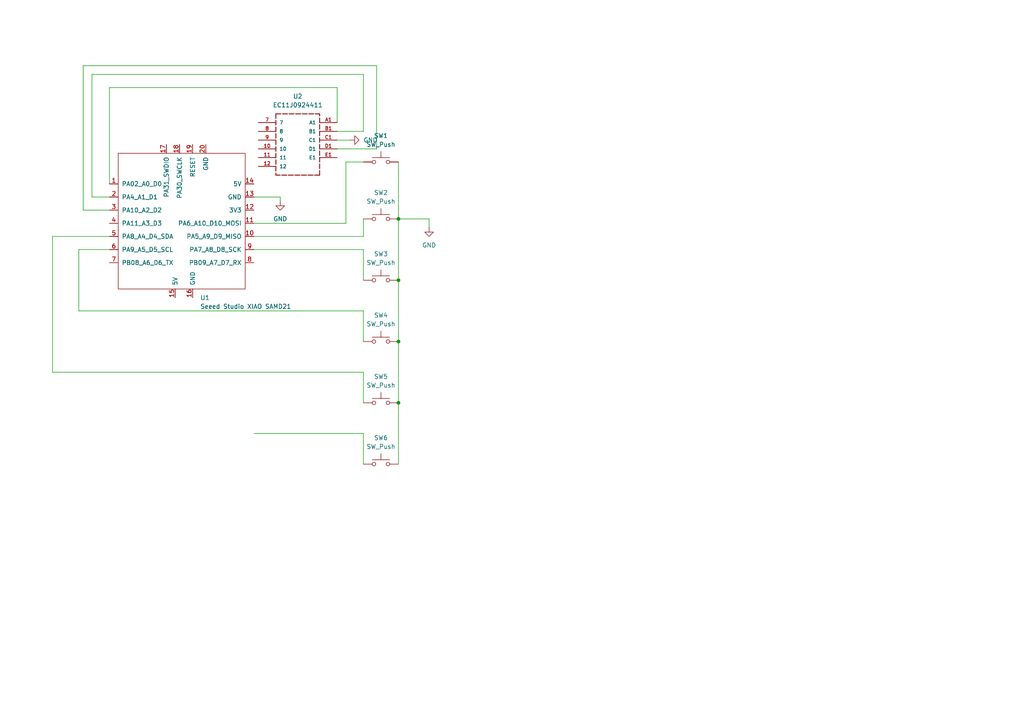
<source format=kicad_sch>
(kicad_sch
	(version 20231120)
	(generator "eeschema")
	(generator_version "8.0")
	(uuid "137e9334-b58f-411a-858c-846cdaf03fb4")
	(paper "A4")
	(lib_symbols
		(symbol "EC11J0924411:EC11J0924411"
			(pin_names
				(offset 1.016)
			)
			(exclude_from_sim no)
			(in_bom yes)
			(on_board yes)
			(property "Reference" "U"
				(at 19.05 7.62 0)
				(effects
					(font
						(size 1.27 1.27)
					)
					(justify left)
				)
			)
			(property "Value" "EC11J0924411"
				(at 19.05 5.08 0)
				(effects
					(font
						(size 1.27 1.27)
					)
					(justify left)
				)
			)
			(property "Footprint" "EC11J0924411:EC11J0924411"
				(at 0 0 0)
				(effects
					(font
						(size 1.27 1.27)
					)
					(justify bottom)
					(hide yes)
				)
			)
			(property "Datasheet" ""
				(at 0 0 0)
				(effects
					(font
						(size 1.27 1.27)
					)
					(hide yes)
				)
			)
			(property "Description" ""
				(at 0 0 0)
				(effects
					(font
						(size 1.27 1.27)
					)
					(hide yes)
				)
			)
			(property "MANUFACTURER_NAME" "ALPS"
				(at 0 0 0)
				(effects
					(font
						(size 1.27 1.27)
					)
					(justify bottom)
					(hide yes)
				)
			)
			(property "MF" "ALPS"
				(at 0 0 0)
				(effects
					(font
						(size 1.27 1.27)
					)
					(justify bottom)
					(hide yes)
				)
			)
			(property "MOUSER_PRICE-STOCK" "https://www.mouser.com/Search/Refine.aspx?Keyword=688-EC11J0924411"
				(at 0 0 0)
				(effects
					(font
						(size 1.27 1.27)
					)
					(justify bottom)
					(hide yes)
				)
			)
			(property "DESCRIPTION" "Alps Electric 9 Pulse Incremental Mechanical Rotary Encoder with a 5.975 mm Flat Shaft (Not Indexed), SMD"
				(at 0 0 0)
				(effects
					(font
						(size 1.27 1.27)
					)
					(justify bottom)
					(hide yes)
				)
			)
			(property "MOUSER_PART_NUMBER" "688-EC11J0924411"
				(at 0 0 0)
				(effects
					(font
						(size 1.27 1.27)
					)
					(justify bottom)
					(hide yes)
				)
			)
			(property "Price" "None"
				(at 0 0 0)
				(effects
					(font
						(size 1.27 1.27)
					)
					(justify bottom)
					(hide yes)
				)
			)
			(property "RS_PART_NUMBER" "7295713P"
				(at 0 0 0)
				(effects
					(font
						(size 1.27 1.27)
					)
					(justify bottom)
					(hide yes)
				)
			)
			(property "Check_prices" "https://www.snapeda.com/parts/EC11J0924411/ALPS/view-part/?ref=eda"
				(at 0 0 0)
				(effects
					(font
						(size 1.27 1.27)
					)
					(justify bottom)
					(hide yes)
				)
			)
			(property "HEIGHT" "24.5mm"
				(at 0 0 0)
				(effects
					(font
						(size 1.27 1.27)
					)
					(justify bottom)
					(hide yes)
				)
			)
			(property "SnapEDA_Link" "https://www.snapeda.com/parts/EC11J0924411/ALPS/view-part/?ref=snap"
				(at 0 0 0)
				(effects
					(font
						(size 1.27 1.27)
					)
					(justify bottom)
					(hide yes)
				)
			)
			(property "MP" "EC11J0924411"
				(at 0 0 0)
				(effects
					(font
						(size 1.27 1.27)
					)
					(justify bottom)
					(hide yes)
				)
			)
			(property "Package" "None"
				(at 0 0 0)
				(effects
					(font
						(size 1.27 1.27)
					)
					(justify bottom)
					(hide yes)
				)
			)
			(property "RS_PRICE-STOCK" "http://uk.rs-online.com/web/p/products/7295713P"
				(at 0 0 0)
				(effects
					(font
						(size 1.27 1.27)
					)
					(justify bottom)
					(hide yes)
				)
			)
			(property "Description_1" "\nEncoders 5 Volts Through Hole\n"
				(at 0 0 0)
				(effects
					(font
						(size 1.27 1.27)
					)
					(justify bottom)
					(hide yes)
				)
			)
			(property "Availability" "In Stock"
				(at 0 0 0)
				(effects
					(font
						(size 1.27 1.27)
					)
					(justify bottom)
					(hide yes)
				)
			)
			(property "MANUFACTURER_PART_NUMBER" "EC11J0924411"
				(at 0 0 0)
				(effects
					(font
						(size 1.27 1.27)
					)
					(justify bottom)
					(hide yes)
				)
			)
			(symbol "EC11J0924411_0_0"
				(polyline
					(pts
						(xy 5.08 -14.605) (xy 5.08 -15.24)
					)
					(stroke
						(width 0.254)
						(type default)
					)
					(fill
						(type none)
					)
				)
				(polyline
					(pts
						(xy 5.08 -12.7) (xy 5.08 -14.0406)
					)
					(stroke
						(width 0.254)
						(type default)
					)
					(fill
						(type none)
					)
				)
				(polyline
					(pts
						(xy 5.08 -10.795) (xy 5.08 -12.1356)
					)
					(stroke
						(width 0.254)
						(type default)
					)
					(fill
						(type none)
					)
				)
				(polyline
					(pts
						(xy 5.08 -8.89) (xy 5.08 -10.2306)
					)
					(stroke
						(width 0.254)
						(type default)
					)
					(fill
						(type none)
					)
				)
				(polyline
					(pts
						(xy 5.08 -6.985) (xy 5.08 -8.3256)
					)
					(stroke
						(width 0.254)
						(type default)
					)
					(fill
						(type none)
					)
				)
				(polyline
					(pts
						(xy 5.08 -5.08) (xy 5.08 -6.4206)
					)
					(stroke
						(width 0.254)
						(type default)
					)
					(fill
						(type none)
					)
				)
				(polyline
					(pts
						(xy 5.08 -3.175) (xy 5.08 -4.5156)
					)
					(stroke
						(width 0.254)
						(type default)
					)
					(fill
						(type none)
					)
				)
				(polyline
					(pts
						(xy 5.08 -1.27) (xy 5.08 -2.6106)
					)
					(stroke
						(width 0.254)
						(type default)
					)
					(fill
						(type none)
					)
				)
				(polyline
					(pts
						(xy 5.08 0.635) (xy 5.08 -0.7056)
					)
					(stroke
						(width 0.254)
						(type default)
					)
					(fill
						(type none)
					)
				)
				(polyline
					(pts
						(xy 5.08 2.54) (xy 5.08 1.1994)
					)
					(stroke
						(width 0.254)
						(type default)
					)
					(fill
						(type none)
					)
				)
				(polyline
					(pts
						(xy 5.08 2.54) (xy 6.5617 2.54)
					)
					(stroke
						(width 0.254)
						(type default)
					)
					(fill
						(type none)
					)
				)
				(polyline
					(pts
						(xy 6.35 -15.24) (xy 5.08 -15.24)
					)
					(stroke
						(width 0.254)
						(type default)
					)
					(fill
						(type none)
					)
				)
				(polyline
					(pts
						(xy 6.985 2.54) (xy 8.4667 2.54)
					)
					(stroke
						(width 0.254)
						(type default)
					)
					(fill
						(type none)
					)
				)
				(polyline
					(pts
						(xy 8.255 -15.24) (xy 6.7733 -15.24)
					)
					(stroke
						(width 0.254)
						(type default)
					)
					(fill
						(type none)
					)
				)
				(polyline
					(pts
						(xy 8.89 2.54) (xy 10.3717 2.54)
					)
					(stroke
						(width 0.254)
						(type default)
					)
					(fill
						(type none)
					)
				)
				(polyline
					(pts
						(xy 10.16 -15.24) (xy 8.6783 -15.24)
					)
					(stroke
						(width 0.254)
						(type default)
					)
					(fill
						(type none)
					)
				)
				(polyline
					(pts
						(xy 10.795 2.54) (xy 12.2767 2.54)
					)
					(stroke
						(width 0.254)
						(type default)
					)
					(fill
						(type none)
					)
				)
				(polyline
					(pts
						(xy 12.065 -15.24) (xy 10.5833 -15.24)
					)
					(stroke
						(width 0.254)
						(type default)
					)
					(fill
						(type none)
					)
				)
				(polyline
					(pts
						(xy 12.7 2.54) (xy 14.1817 2.54)
					)
					(stroke
						(width 0.254)
						(type default)
					)
					(fill
						(type none)
					)
				)
				(polyline
					(pts
						(xy 13.97 -15.24) (xy 12.4883 -15.24)
					)
					(stroke
						(width 0.254)
						(type default)
					)
					(fill
						(type none)
					)
				)
				(polyline
					(pts
						(xy 14.605 2.54) (xy 16.0867 2.54)
					)
					(stroke
						(width 0.254)
						(type default)
					)
					(fill
						(type none)
					)
				)
				(polyline
					(pts
						(xy 15.875 -15.24) (xy 14.3933 -15.24)
					)
					(stroke
						(width 0.254)
						(type default)
					)
					(fill
						(type none)
					)
				)
				(polyline
					(pts
						(xy 16.51 2.54) (xy 17.78 2.54)
					)
					(stroke
						(width 0.254)
						(type default)
					)
					(fill
						(type none)
					)
				)
				(polyline
					(pts
						(xy 17.78 -15.24) (xy 16.2983 -15.24)
					)
					(stroke
						(width 0.254)
						(type default)
					)
					(fill
						(type none)
					)
				)
				(polyline
					(pts
						(xy 17.78 -15.24) (xy 17.78 -13.8994)
					)
					(stroke
						(width 0.254)
						(type default)
					)
					(fill
						(type none)
					)
				)
				(polyline
					(pts
						(xy 17.78 -13.335) (xy 17.78 -11.9944)
					)
					(stroke
						(width 0.254)
						(type default)
					)
					(fill
						(type none)
					)
				)
				(polyline
					(pts
						(xy 17.78 -11.43) (xy 17.78 -10.0894)
					)
					(stroke
						(width 0.254)
						(type default)
					)
					(fill
						(type none)
					)
				)
				(polyline
					(pts
						(xy 17.78 -9.525) (xy 17.78 -8.1844)
					)
					(stroke
						(width 0.254)
						(type default)
					)
					(fill
						(type none)
					)
				)
				(polyline
					(pts
						(xy 17.78 -7.62) (xy 17.78 -6.2794)
					)
					(stroke
						(width 0.254)
						(type default)
					)
					(fill
						(type none)
					)
				)
				(polyline
					(pts
						(xy 17.78 -5.715) (xy 17.78 -4.3744)
					)
					(stroke
						(width 0.254)
						(type default)
					)
					(fill
						(type none)
					)
				)
				(polyline
					(pts
						(xy 17.78 -3.81) (xy 17.78 -2.4694)
					)
					(stroke
						(width 0.254)
						(type default)
					)
					(fill
						(type none)
					)
				)
				(polyline
					(pts
						(xy 17.78 -1.905) (xy 17.78 -0.5644)
					)
					(stroke
						(width 0.254)
						(type default)
					)
					(fill
						(type none)
					)
				)
				(polyline
					(pts
						(xy 17.78 0) (xy 17.78 1.3406)
					)
					(stroke
						(width 0.254)
						(type default)
					)
					(fill
						(type none)
					)
				)
				(polyline
					(pts
						(xy 17.78 1.905) (xy 17.78 2.54)
					)
					(stroke
						(width 0.254)
						(type default)
					)
					(fill
						(type none)
					)
				)
				(pin bidirectional line
					(at 0 -7.62 0)
					(length 5.08)
					(name "10"
						(effects
							(font
								(size 1.016 1.016)
							)
						)
					)
					(number "10"
						(effects
							(font
								(size 1.016 1.016)
							)
						)
					)
				)
				(pin bidirectional line
					(at 0 -10.16 0)
					(length 5.08)
					(name "11"
						(effects
							(font
								(size 1.016 1.016)
							)
						)
					)
					(number "11"
						(effects
							(font
								(size 1.016 1.016)
							)
						)
					)
				)
				(pin bidirectional line
					(at 0 -12.7 0)
					(length 5.08)
					(name "12"
						(effects
							(font
								(size 1.016 1.016)
							)
						)
					)
					(number "12"
						(effects
							(font
								(size 1.016 1.016)
							)
						)
					)
				)
				(pin bidirectional line
					(at 0 0 0)
					(length 5.08)
					(name "7"
						(effects
							(font
								(size 1.016 1.016)
							)
						)
					)
					(number "7"
						(effects
							(font
								(size 1.016 1.016)
							)
						)
					)
				)
				(pin bidirectional line
					(at 0 -2.54 0)
					(length 5.08)
					(name "8"
						(effects
							(font
								(size 1.016 1.016)
							)
						)
					)
					(number "8"
						(effects
							(font
								(size 1.016 1.016)
							)
						)
					)
				)
				(pin bidirectional line
					(at 0 -5.08 0)
					(length 5.08)
					(name "9"
						(effects
							(font
								(size 1.016 1.016)
							)
						)
					)
					(number "9"
						(effects
							(font
								(size 1.016 1.016)
							)
						)
					)
				)
				(pin bidirectional line
					(at 22.86 0 180)
					(length 5.08)
					(name "A1"
						(effects
							(font
								(size 1.016 1.016)
							)
						)
					)
					(number "A1"
						(effects
							(font
								(size 1.016 1.016)
							)
						)
					)
				)
				(pin bidirectional line
					(at 22.86 -2.54 180)
					(length 5.08)
					(name "B1"
						(effects
							(font
								(size 1.016 1.016)
							)
						)
					)
					(number "B1"
						(effects
							(font
								(size 1.016 1.016)
							)
						)
					)
				)
				(pin bidirectional line
					(at 22.86 -5.08 180)
					(length 5.08)
					(name "C1"
						(effects
							(font
								(size 1.016 1.016)
							)
						)
					)
					(number "C1"
						(effects
							(font
								(size 1.016 1.016)
							)
						)
					)
				)
				(pin bidirectional line
					(at 22.86 -7.62 180)
					(length 5.08)
					(name "D1"
						(effects
							(font
								(size 1.016 1.016)
							)
						)
					)
					(number "D1"
						(effects
							(font
								(size 1.016 1.016)
							)
						)
					)
				)
				(pin bidirectional line
					(at 22.86 -10.16 180)
					(length 5.08)
					(name "E1"
						(effects
							(font
								(size 1.016 1.016)
							)
						)
					)
					(number "E1"
						(effects
							(font
								(size 1.016 1.016)
							)
						)
					)
				)
			)
		)
		(symbol "Seeed_Studio_XIAO_Series:Seeed Studio XIAO SAMD21"
			(pin_names
				(offset 1.016)
			)
			(exclude_from_sim no)
			(in_bom yes)
			(on_board yes)
			(property "Reference" "U"
				(at -19.05 22.86 0)
				(effects
					(font
						(size 1.27 1.27)
					)
				)
			)
			(property "Value" "Seeed Studio XIAO SAMD21"
				(at -12.7 21.59 0)
				(effects
					(font
						(size 1.27 1.27)
					)
				)
			)
			(property "Footprint" ""
				(at -8.89 5.08 0)
				(effects
					(font
						(size 1.27 1.27)
					)
					(hide yes)
				)
			)
			(property "Datasheet" ""
				(at -8.89 5.08 0)
				(effects
					(font
						(size 1.27 1.27)
					)
					(hide yes)
				)
			)
			(property "Description" ""
				(at 0 0 0)
				(effects
					(font
						(size 1.27 1.27)
					)
					(hide yes)
				)
			)
			(symbol "Seeed Studio XIAO SAMD21_0_1"
				(rectangle
					(start -19.05 20.32)
					(end 17.78 -19.05)
					(stroke
						(width 0)
						(type default)
					)
					(fill
						(type none)
					)
				)
			)
			(symbol "Seeed Studio XIAO SAMD21_1_1"
				(pin unspecified line
					(at -21.59 11.43 0)
					(length 2.54)
					(name "PA02_A0_D0"
						(effects
							(font
								(size 1.27 1.27)
							)
						)
					)
					(number "1"
						(effects
							(font
								(size 1.27 1.27)
							)
						)
					)
				)
				(pin unspecified line
					(at 20.32 -3.81 180)
					(length 2.54)
					(name "PA5_A9_D9_MISO"
						(effects
							(font
								(size 1.27 1.27)
							)
						)
					)
					(number "10"
						(effects
							(font
								(size 1.27 1.27)
							)
						)
					)
				)
				(pin unspecified line
					(at 20.32 0 180)
					(length 2.54)
					(name "PA6_A10_D10_MOSI"
						(effects
							(font
								(size 1.27 1.27)
							)
						)
					)
					(number "11"
						(effects
							(font
								(size 1.27 1.27)
							)
						)
					)
				)
				(pin unspecified line
					(at 20.32 3.81 180)
					(length 2.54)
					(name "3V3"
						(effects
							(font
								(size 1.27 1.27)
							)
						)
					)
					(number "12"
						(effects
							(font
								(size 1.27 1.27)
							)
						)
					)
				)
				(pin unspecified line
					(at 20.32 7.62 180)
					(length 2.54)
					(name "GND"
						(effects
							(font
								(size 1.27 1.27)
							)
						)
					)
					(number "13"
						(effects
							(font
								(size 1.27 1.27)
							)
						)
					)
				)
				(pin unspecified line
					(at 20.32 11.43 180)
					(length 2.54)
					(name "5V"
						(effects
							(font
								(size 1.27 1.27)
							)
						)
					)
					(number "14"
						(effects
							(font
								(size 1.27 1.27)
							)
						)
					)
				)
				(pin input line
					(at -2.54 -21.59 90)
					(length 2.54)
					(name "5V"
						(effects
							(font
								(size 1.27 1.27)
							)
						)
					)
					(number "15"
						(effects
							(font
								(size 1.27 1.27)
							)
						)
					)
				)
				(pin input line
					(at 2.54 -21.59 90)
					(length 2.54)
					(name "GND"
						(effects
							(font
								(size 1.27 1.27)
							)
						)
					)
					(number "16"
						(effects
							(font
								(size 1.27 1.27)
							)
						)
					)
				)
				(pin input line
					(at -5.08 22.86 270)
					(length 2.54)
					(name "PA31_SWDIO"
						(effects
							(font
								(size 1.27 1.27)
							)
						)
					)
					(number "17"
						(effects
							(font
								(size 1.27 1.27)
							)
						)
					)
				)
				(pin input line
					(at -1.27 22.86 270)
					(length 2.54)
					(name "PA30_SWCLK"
						(effects
							(font
								(size 1.27 1.27)
							)
						)
					)
					(number "18"
						(effects
							(font
								(size 1.27 1.27)
							)
						)
					)
				)
				(pin input line
					(at 2.54 22.86 270)
					(length 2.54)
					(name "RESET"
						(effects
							(font
								(size 1.27 1.27)
							)
						)
					)
					(number "19"
						(effects
							(font
								(size 1.27 1.27)
							)
						)
					)
				)
				(pin unspecified line
					(at -21.59 7.62 0)
					(length 2.54)
					(name "PA4_A1_D1"
						(effects
							(font
								(size 1.27 1.27)
							)
						)
					)
					(number "2"
						(effects
							(font
								(size 1.27 1.27)
							)
						)
					)
				)
				(pin input line
					(at 6.35 22.86 270)
					(length 2.54)
					(name "GND"
						(effects
							(font
								(size 1.27 1.27)
							)
						)
					)
					(number "20"
						(effects
							(font
								(size 1.27 1.27)
							)
						)
					)
				)
				(pin unspecified line
					(at -21.59 3.81 0)
					(length 2.54)
					(name "PA10_A2_D2"
						(effects
							(font
								(size 1.27 1.27)
							)
						)
					)
					(number "3"
						(effects
							(font
								(size 1.27 1.27)
							)
						)
					)
				)
				(pin unspecified line
					(at -21.59 0 0)
					(length 2.54)
					(name "PA11_A3_D3"
						(effects
							(font
								(size 1.27 1.27)
							)
						)
					)
					(number "4"
						(effects
							(font
								(size 1.27 1.27)
							)
						)
					)
				)
				(pin unspecified line
					(at -21.59 -3.81 0)
					(length 2.54)
					(name "PA8_A4_D4_SDA"
						(effects
							(font
								(size 1.27 1.27)
							)
						)
					)
					(number "5"
						(effects
							(font
								(size 1.27 1.27)
							)
						)
					)
				)
				(pin unspecified line
					(at -21.59 -7.62 0)
					(length 2.54)
					(name "PA9_A5_D5_SCL"
						(effects
							(font
								(size 1.27 1.27)
							)
						)
					)
					(number "6"
						(effects
							(font
								(size 1.27 1.27)
							)
						)
					)
				)
				(pin unspecified line
					(at -21.59 -11.43 0)
					(length 2.54)
					(name "PB08_A6_D6_TX"
						(effects
							(font
								(size 1.27 1.27)
							)
						)
					)
					(number "7"
						(effects
							(font
								(size 1.27 1.27)
							)
						)
					)
				)
				(pin unspecified line
					(at 20.32 -11.43 180)
					(length 2.54)
					(name "PB09_A7_D7_RX"
						(effects
							(font
								(size 1.27 1.27)
							)
						)
					)
					(number "8"
						(effects
							(font
								(size 1.27 1.27)
							)
						)
					)
				)
				(pin unspecified line
					(at 20.32 -7.62 180)
					(length 2.54)
					(name "PA7_A8_D8_SCK"
						(effects
							(font
								(size 1.27 1.27)
							)
						)
					)
					(number "9"
						(effects
							(font
								(size 1.27 1.27)
							)
						)
					)
				)
			)
		)
		(symbol "Switch:SW_Push"
			(pin_numbers hide)
			(pin_names
				(offset 1.016) hide)
			(exclude_from_sim no)
			(in_bom yes)
			(on_board yes)
			(property "Reference" "SW"
				(at 1.27 2.54 0)
				(effects
					(font
						(size 1.27 1.27)
					)
					(justify left)
				)
			)
			(property "Value" "SW_Push"
				(at 0 -1.524 0)
				(effects
					(font
						(size 1.27 1.27)
					)
				)
			)
			(property "Footprint" ""
				(at 0 5.08 0)
				(effects
					(font
						(size 1.27 1.27)
					)
					(hide yes)
				)
			)
			(property "Datasheet" "~"
				(at 0 5.08 0)
				(effects
					(font
						(size 1.27 1.27)
					)
					(hide yes)
				)
			)
			(property "Description" "Push button switch, generic, two pins"
				(at 0 0 0)
				(effects
					(font
						(size 1.27 1.27)
					)
					(hide yes)
				)
			)
			(property "ki_keywords" "switch normally-open pushbutton push-button"
				(at 0 0 0)
				(effects
					(font
						(size 1.27 1.27)
					)
					(hide yes)
				)
			)
			(symbol "SW_Push_0_1"
				(circle
					(center -2.032 0)
					(radius 0.508)
					(stroke
						(width 0)
						(type default)
					)
					(fill
						(type none)
					)
				)
				(polyline
					(pts
						(xy 0 1.27) (xy 0 3.048)
					)
					(stroke
						(width 0)
						(type default)
					)
					(fill
						(type none)
					)
				)
				(polyline
					(pts
						(xy 2.54 1.27) (xy -2.54 1.27)
					)
					(stroke
						(width 0)
						(type default)
					)
					(fill
						(type none)
					)
				)
				(circle
					(center 2.032 0)
					(radius 0.508)
					(stroke
						(width 0)
						(type default)
					)
					(fill
						(type none)
					)
				)
				(pin passive line
					(at -5.08 0 0)
					(length 2.54)
					(name "1"
						(effects
							(font
								(size 1.27 1.27)
							)
						)
					)
					(number "1"
						(effects
							(font
								(size 1.27 1.27)
							)
						)
					)
				)
				(pin passive line
					(at 5.08 0 180)
					(length 2.54)
					(name "2"
						(effects
							(font
								(size 1.27 1.27)
							)
						)
					)
					(number "2"
						(effects
							(font
								(size 1.27 1.27)
							)
						)
					)
				)
			)
		)
		(symbol "power:GND"
			(power)
			(pin_numbers hide)
			(pin_names
				(offset 0) hide)
			(exclude_from_sim no)
			(in_bom yes)
			(on_board yes)
			(property "Reference" "#PWR"
				(at 0 -6.35 0)
				(effects
					(font
						(size 1.27 1.27)
					)
					(hide yes)
				)
			)
			(property "Value" "GND"
				(at 0 -3.81 0)
				(effects
					(font
						(size 1.27 1.27)
					)
				)
			)
			(property "Footprint" ""
				(at 0 0 0)
				(effects
					(font
						(size 1.27 1.27)
					)
					(hide yes)
				)
			)
			(property "Datasheet" ""
				(at 0 0 0)
				(effects
					(font
						(size 1.27 1.27)
					)
					(hide yes)
				)
			)
			(property "Description" "Power symbol creates a global label with name \"GND\" , ground"
				(at 0 0 0)
				(effects
					(font
						(size 1.27 1.27)
					)
					(hide yes)
				)
			)
			(property "ki_keywords" "global power"
				(at 0 0 0)
				(effects
					(font
						(size 1.27 1.27)
					)
					(hide yes)
				)
			)
			(symbol "GND_0_1"
				(polyline
					(pts
						(xy 0 0) (xy 0 -1.27) (xy 1.27 -1.27) (xy 0 -2.54) (xy -1.27 -1.27) (xy 0 -1.27)
					)
					(stroke
						(width 0)
						(type default)
					)
					(fill
						(type none)
					)
				)
			)
			(symbol "GND_1_1"
				(pin power_in line
					(at 0 0 270)
					(length 0)
					(name "~"
						(effects
							(font
								(size 1.27 1.27)
							)
						)
					)
					(number "1"
						(effects
							(font
								(size 1.27 1.27)
							)
						)
					)
				)
			)
		)
	)
	(junction
		(at 115.57 116.84)
		(diameter 0)
		(color 0 0 0 0)
		(uuid "0073fc7d-a524-4f15-a7f6-c3ef816fddfa")
	)
	(junction
		(at 115.57 99.06)
		(diameter 0)
		(color 0 0 0 0)
		(uuid "6a13a9ec-213f-4441-ad67-1b4ee0c62fa8")
	)
	(junction
		(at 115.57 63.5)
		(diameter 0)
		(color 0 0 0 0)
		(uuid "ba46f34f-fb3a-4251-8c3d-ac6edaf969bd")
	)
	(junction
		(at 115.57 81.28)
		(diameter 0)
		(color 0 0 0 0)
		(uuid "d61eda9d-42ee-4cc0-a2b3-bcca7ef8697c")
	)
	(wire
		(pts
			(xy 73.66 72.39) (xy 105.41 72.39)
		)
		(stroke
			(width 0)
			(type default)
		)
		(uuid "11cf98be-11b5-4782-8e4e-1693e36750c8")
	)
	(wire
		(pts
			(xy 97.79 40.64) (xy 101.6 40.64)
		)
		(stroke
			(width 0)
			(type default)
		)
		(uuid "18b60e55-09c3-4870-b867-e57083a3abb1")
	)
	(wire
		(pts
			(xy 15.24 107.95) (xy 105.41 107.95)
		)
		(stroke
			(width 0)
			(type default)
		)
		(uuid "1ce41d69-2a3c-4286-9066-b28e1a8b4388")
	)
	(wire
		(pts
			(xy 105.41 63.5) (xy 105.41 68.58)
		)
		(stroke
			(width 0)
			(type default)
		)
		(uuid "1da8b580-a3b4-4f5c-b1e1-1725acfac7eb")
	)
	(wire
		(pts
			(xy 115.57 46.99) (xy 115.57 63.5)
		)
		(stroke
			(width 0)
			(type default)
		)
		(uuid "2e57e963-b0c1-4aed-bf1f-c5b287153cf9")
	)
	(wire
		(pts
			(xy 26.67 21.59) (xy 26.67 57.15)
		)
		(stroke
			(width 0)
			(type default)
		)
		(uuid "30681723-9be7-4b7d-aaab-7e00a777d2aa")
	)
	(wire
		(pts
			(xy 97.79 38.1) (xy 105.41 38.1)
		)
		(stroke
			(width 0)
			(type default)
		)
		(uuid "45f4d932-ed45-46d9-b09f-466ee9fb5eae")
	)
	(wire
		(pts
			(xy 97.79 25.4) (xy 31.75 25.4)
		)
		(stroke
			(width 0)
			(type default)
		)
		(uuid "4a2e4f33-8b33-48d3-96f1-8d0dad7c1e00")
	)
	(wire
		(pts
			(xy 73.66 64.77) (xy 100.33 64.77)
		)
		(stroke
			(width 0)
			(type default)
		)
		(uuid "4c3ef783-fd10-4942-9f40-178231754fbd")
	)
	(wire
		(pts
			(xy 109.22 43.18) (xy 109.22 19.05)
		)
		(stroke
			(width 0)
			(type default)
		)
		(uuid "5001c5be-8e3f-4a1b-b2bc-511d05ccc286")
	)
	(wire
		(pts
			(xy 115.57 81.28) (xy 115.57 99.06)
		)
		(stroke
			(width 0)
			(type default)
		)
		(uuid "516ab3d0-d99c-4ec8-910a-9e10f58d3d6e")
	)
	(wire
		(pts
			(xy 115.57 99.06) (xy 115.57 116.84)
		)
		(stroke
			(width 0)
			(type default)
		)
		(uuid "5b376e3e-3a97-44c6-9d83-c37993defc9d")
	)
	(wire
		(pts
			(xy 73.66 57.15) (xy 81.28 57.15)
		)
		(stroke
			(width 0)
			(type default)
		)
		(uuid "64c27e82-9192-4c1f-9c55-97a4bafdfd38")
	)
	(wire
		(pts
			(xy 100.33 46.99) (xy 105.41 46.99)
		)
		(stroke
			(width 0)
			(type default)
		)
		(uuid "6ac8c3a6-ebc6-49bc-9794-61f453071cc8")
	)
	(wire
		(pts
			(xy 26.67 57.15) (xy 31.75 57.15)
		)
		(stroke
			(width 0)
			(type default)
		)
		(uuid "7b7f64a1-8975-4ff4-8fce-d8be63f53ee0")
	)
	(wire
		(pts
			(xy 105.41 107.95) (xy 105.41 116.84)
		)
		(stroke
			(width 0)
			(type default)
		)
		(uuid "801661cc-d926-402e-a2bf-c9537f873e85")
	)
	(wire
		(pts
			(xy 115.57 63.5) (xy 115.57 81.28)
		)
		(stroke
			(width 0)
			(type default)
		)
		(uuid "80764e47-917e-46da-8ed9-a86f7fea1294")
	)
	(wire
		(pts
			(xy 105.41 21.59) (xy 26.67 21.59)
		)
		(stroke
			(width 0)
			(type default)
		)
		(uuid "8235140d-3c1d-4aae-897c-285ae818058b")
	)
	(wire
		(pts
			(xy 31.75 25.4) (xy 31.75 53.34)
		)
		(stroke
			(width 0)
			(type default)
		)
		(uuid "835cd41b-d3f6-4703-a95b-b0fe03428ea7")
	)
	(wire
		(pts
			(xy 15.24 68.58) (xy 31.75 68.58)
		)
		(stroke
			(width 0)
			(type default)
		)
		(uuid "8456ac43-cb43-4f75-ba66-27c9f877fd85")
	)
	(wire
		(pts
			(xy 24.13 19.05) (xy 24.13 60.96)
		)
		(stroke
			(width 0)
			(type default)
		)
		(uuid "8c5ab520-eb7a-47cb-a35e-0dfedb38ada9")
	)
	(wire
		(pts
			(xy 105.41 72.39) (xy 105.41 81.28)
		)
		(stroke
			(width 0)
			(type default)
		)
		(uuid "927868ff-ab9c-450c-9211-1c388ad65ba1")
	)
	(wire
		(pts
			(xy 105.41 68.58) (xy 73.66 68.58)
		)
		(stroke
			(width 0)
			(type default)
		)
		(uuid "9572b661-e5b8-42cd-a1e3-033329bc4e8b")
	)
	(wire
		(pts
			(xy 105.41 90.17) (xy 105.41 99.06)
		)
		(stroke
			(width 0)
			(type default)
		)
		(uuid "a59a4502-8d9d-4996-ad82-d6632cf94a5d")
	)
	(wire
		(pts
			(xy 100.33 64.77) (xy 100.33 46.99)
		)
		(stroke
			(width 0)
			(type default)
		)
		(uuid "a8478ebc-0293-46bb-ad87-434f9c5eaa25")
	)
	(wire
		(pts
			(xy 115.57 116.84) (xy 115.57 134.62)
		)
		(stroke
			(width 0)
			(type default)
		)
		(uuid "a91f4484-a2d1-47c3-bd46-e77c0d6b2667")
	)
	(wire
		(pts
			(xy 73.66 125.73) (xy 105.41 125.73)
		)
		(stroke
			(width 0)
			(type default)
		)
		(uuid "ae9c2c7f-70e5-4cf6-9e27-4171345956fb")
	)
	(wire
		(pts
			(xy 22.86 90.17) (xy 105.41 90.17)
		)
		(stroke
			(width 0)
			(type default)
		)
		(uuid "b85deeaf-9ff3-4a59-88db-1399ae680f1d")
	)
	(wire
		(pts
			(xy 124.46 63.5) (xy 124.46 66.04)
		)
		(stroke
			(width 0)
			(type default)
		)
		(uuid "bbda6ab6-f3d8-47ad-bb4c-e004ea35b7ee")
	)
	(wire
		(pts
			(xy 15.24 107.95) (xy 15.24 68.58)
		)
		(stroke
			(width 0)
			(type default)
		)
		(uuid "c2154734-b204-40e6-9ad9-b64b54df1be0")
	)
	(wire
		(pts
			(xy 109.22 19.05) (xy 24.13 19.05)
		)
		(stroke
			(width 0)
			(type default)
		)
		(uuid "cc9e79a6-8e3e-4efd-818a-3ab335a4803b")
	)
	(wire
		(pts
			(xy 105.41 38.1) (xy 105.41 21.59)
		)
		(stroke
			(width 0)
			(type default)
		)
		(uuid "cce8dd23-ca52-4dde-a902-40b854fefbe6")
	)
	(wire
		(pts
			(xy 22.86 90.17) (xy 22.86 72.39)
		)
		(stroke
			(width 0)
			(type default)
		)
		(uuid "cdefc756-8399-42fb-91c6-190305c29c72")
	)
	(wire
		(pts
			(xy 81.28 57.15) (xy 81.28 58.42)
		)
		(stroke
			(width 0)
			(type default)
		)
		(uuid "dff63a59-738b-444e-9eec-154027b5e48f")
	)
	(wire
		(pts
			(xy 24.13 60.96) (xy 31.75 60.96)
		)
		(stroke
			(width 0)
			(type default)
		)
		(uuid "e0fff690-4963-4320-bd47-c07baed11cd4")
	)
	(wire
		(pts
			(xy 115.57 63.5) (xy 124.46 63.5)
		)
		(stroke
			(width 0)
			(type default)
		)
		(uuid "e41983c2-9ce6-47d5-9c0a-6af0f91c0930")
	)
	(wire
		(pts
			(xy 97.79 43.18) (xy 109.22 43.18)
		)
		(stroke
			(width 0)
			(type default)
		)
		(uuid "e4de2f77-4857-451b-a77b-f04136073d68")
	)
	(wire
		(pts
			(xy 22.86 72.39) (xy 31.75 72.39)
		)
		(stroke
			(width 0)
			(type default)
		)
		(uuid "ee863c01-e31b-49f7-a906-f37e1a7f0369")
	)
	(wire
		(pts
			(xy 105.41 125.73) (xy 105.41 134.62)
		)
		(stroke
			(width 0)
			(type default)
		)
		(uuid "f33881d3-9f23-4d7d-811d-ef14ecbeb983")
	)
	(wire
		(pts
			(xy 97.79 35.56) (xy 97.79 25.4)
		)
		(stroke
			(width 0)
			(type default)
		)
		(uuid "f3df9b2d-a68b-47e6-b0d7-c75f47ff1951")
	)
	(symbol
		(lib_id "Switch:SW_Push")
		(at 110.49 116.84 0)
		(unit 1)
		(exclude_from_sim no)
		(in_bom yes)
		(on_board yes)
		(dnp no)
		(fields_autoplaced yes)
		(uuid "096cdd72-1789-4df3-b8bf-1789fb03ead6")
		(property "Reference" "SW5"
			(at 110.49 109.22 0)
			(effects
				(font
					(size 1.27 1.27)
				)
			)
		)
		(property "Value" "SW_Push"
			(at 110.49 111.76 0)
			(effects
				(font
					(size 1.27 1.27)
				)
			)
		)
		(property "Footprint" "Button_Switch_Keyboard:SW_Cherry_MX_1.00u_PCB"
			(at 110.49 111.76 0)
			(effects
				(font
					(size 1.27 1.27)
				)
				(hide yes)
			)
		)
		(property "Datasheet" "~"
			(at 110.49 111.76 0)
			(effects
				(font
					(size 1.27 1.27)
				)
				(hide yes)
			)
		)
		(property "Description" "Push button switch, generic, two pins"
			(at 110.49 116.84 0)
			(effects
				(font
					(size 1.27 1.27)
				)
				(hide yes)
			)
		)
		(pin "2"
			(uuid "70ce10d7-1e18-48a8-bbb8-3018c0b23198")
		)
		(pin "1"
			(uuid "16fba115-f185-4f58-9dd5-e73c21513e55")
		)
		(instances
			(project "Key"
				(path "/137e9334-b58f-411a-858c-846cdaf03fb4"
					(reference "SW5")
					(unit 1)
				)
			)
		)
	)
	(symbol
		(lib_id "power:GND")
		(at 81.28 58.42 0)
		(unit 1)
		(exclude_from_sim no)
		(in_bom yes)
		(on_board yes)
		(dnp no)
		(fields_autoplaced yes)
		(uuid "5c7b8b49-e36c-4328-961e-3bf5332911d3")
		(property "Reference" "#PWR02"
			(at 81.28 64.77 0)
			(effects
				(font
					(size 1.27 1.27)
				)
				(hide yes)
			)
		)
		(property "Value" "GND"
			(at 81.28 63.5 0)
			(effects
				(font
					(size 1.27 1.27)
				)
			)
		)
		(property "Footprint" ""
			(at 81.28 58.42 0)
			(effects
				(font
					(size 1.27 1.27)
				)
				(hide yes)
			)
		)
		(property "Datasheet" ""
			(at 81.28 58.42 0)
			(effects
				(font
					(size 1.27 1.27)
				)
				(hide yes)
			)
		)
		(property "Description" "Power symbol creates a global label with name \"GND\" , ground"
			(at 81.28 58.42 0)
			(effects
				(font
					(size 1.27 1.27)
				)
				(hide yes)
			)
		)
		(pin "1"
			(uuid "dec14fab-f570-45c6-b72c-e84078027568")
		)
		(instances
			(project "Key"
				(path "/137e9334-b58f-411a-858c-846cdaf03fb4"
					(reference "#PWR02")
					(unit 1)
				)
			)
		)
	)
	(symbol
		(lib_id "power:GND")
		(at 101.6 40.64 90)
		(unit 1)
		(exclude_from_sim no)
		(in_bom yes)
		(on_board yes)
		(dnp no)
		(fields_autoplaced yes)
		(uuid "63b04f19-6a3c-41c4-bef4-d00b5c89546b")
		(property "Reference" "#PWR03"
			(at 107.95 40.64 0)
			(effects
				(font
					(size 1.27 1.27)
				)
				(hide yes)
			)
		)
		(property "Value" "GND"
			(at 105.41 40.6399 90)
			(effects
				(font
					(size 1.27 1.27)
				)
				(justify right)
			)
		)
		(property "Footprint" ""
			(at 101.6 40.64 0)
			(effects
				(font
					(size 1.27 1.27)
				)
				(hide yes)
			)
		)
		(property "Datasheet" ""
			(at 101.6 40.64 0)
			(effects
				(font
					(size 1.27 1.27)
				)
				(hide yes)
			)
		)
		(property "Description" "Power symbol creates a global label with name \"GND\" , ground"
			(at 101.6 40.64 0)
			(effects
				(font
					(size 1.27 1.27)
				)
				(hide yes)
			)
		)
		(pin "1"
			(uuid "8314dd09-06cc-4280-9621-3d8e2e9e1c8f")
		)
		(instances
			(project ""
				(path "/137e9334-b58f-411a-858c-846cdaf03fb4"
					(reference "#PWR03")
					(unit 1)
				)
			)
		)
	)
	(symbol
		(lib_id "Switch:SW_Push")
		(at 110.49 81.28 0)
		(unit 1)
		(exclude_from_sim no)
		(in_bom yes)
		(on_board yes)
		(dnp no)
		(fields_autoplaced yes)
		(uuid "8fb0dbf8-11ab-4a61-964f-fad54f8de52d")
		(property "Reference" "SW3"
			(at 110.49 73.66 0)
			(effects
				(font
					(size 1.27 1.27)
				)
			)
		)
		(property "Value" "SW_Push"
			(at 110.49 76.2 0)
			(effects
				(font
					(size 1.27 1.27)
				)
			)
		)
		(property "Footprint" "Button_Switch_Keyboard:SW_Cherry_MX_1.00u_PCB"
			(at 110.49 76.2 0)
			(effects
				(font
					(size 1.27 1.27)
				)
				(hide yes)
			)
		)
		(property "Datasheet" "~"
			(at 110.49 76.2 0)
			(effects
				(font
					(size 1.27 1.27)
				)
				(hide yes)
			)
		)
		(property "Description" "Push button switch, generic, two pins"
			(at 110.49 81.28 0)
			(effects
				(font
					(size 1.27 1.27)
				)
				(hide yes)
			)
		)
		(pin "2"
			(uuid "428b00a1-6a85-4beb-8e70-467c320a3ccf")
		)
		(pin "1"
			(uuid "e7401efa-1ff3-45b6-8d86-445cd72e6ec6")
		)
		(instances
			(project ""
				(path "/137e9334-b58f-411a-858c-846cdaf03fb4"
					(reference "SW3")
					(unit 1)
				)
			)
		)
	)
	(symbol
		(lib_id "Switch:SW_Push")
		(at 110.49 46.99 0)
		(unit 1)
		(exclude_from_sim no)
		(in_bom yes)
		(on_board yes)
		(dnp no)
		(fields_autoplaced yes)
		(uuid "944f165d-1c93-42e8-b329-2b7772cb2856")
		(property "Reference" "SW1"
			(at 110.49 39.37 0)
			(effects
				(font
					(size 1.27 1.27)
				)
			)
		)
		(property "Value" "SW_Push"
			(at 110.49 41.91 0)
			(effects
				(font
					(size 1.27 1.27)
				)
			)
		)
		(property "Footprint" "Button_Switch_Keyboard:SW_Cherry_MX_1.00u_PCB"
			(at 110.49 41.91 0)
			(effects
				(font
					(size 1.27 1.27)
				)
				(hide yes)
			)
		)
		(property "Datasheet" "~"
			(at 110.49 41.91 0)
			(effects
				(font
					(size 1.27 1.27)
				)
				(hide yes)
			)
		)
		(property "Description" "Push button switch, generic, two pins"
			(at 110.49 46.99 0)
			(effects
				(font
					(size 1.27 1.27)
				)
				(hide yes)
			)
		)
		(pin "2"
			(uuid "dd4bac94-7642-4348-8417-40a359aa6039")
		)
		(pin "1"
			(uuid "6cf107f9-5a0a-4e40-ae14-3185e2c36f30")
		)
		(instances
			(project ""
				(path "/137e9334-b58f-411a-858c-846cdaf03fb4"
					(reference "SW1")
					(unit 1)
				)
			)
		)
	)
	(symbol
		(lib_id "power:GND")
		(at 124.46 66.04 0)
		(unit 1)
		(exclude_from_sim no)
		(in_bom yes)
		(on_board yes)
		(dnp no)
		(fields_autoplaced yes)
		(uuid "aa6e1f18-6386-4446-90fb-5d3468a1a8d7")
		(property "Reference" "#PWR01"
			(at 124.46 72.39 0)
			(effects
				(font
					(size 1.27 1.27)
				)
				(hide yes)
			)
		)
		(property "Value" "GND"
			(at 124.46 71.12 0)
			(effects
				(font
					(size 1.27 1.27)
				)
			)
		)
		(property "Footprint" ""
			(at 124.46 66.04 0)
			(effects
				(font
					(size 1.27 1.27)
				)
				(hide yes)
			)
		)
		(property "Datasheet" ""
			(at 124.46 66.04 0)
			(effects
				(font
					(size 1.27 1.27)
				)
				(hide yes)
			)
		)
		(property "Description" "Power symbol creates a global label with name \"GND\" , ground"
			(at 124.46 66.04 0)
			(effects
				(font
					(size 1.27 1.27)
				)
				(hide yes)
			)
		)
		(pin "1"
			(uuid "88e9020c-2cac-44f4-8d24-d087ba4f112e")
		)
		(instances
			(project ""
				(path "/137e9334-b58f-411a-858c-846cdaf03fb4"
					(reference "#PWR01")
					(unit 1)
				)
			)
		)
	)
	(symbol
		(lib_id "Switch:SW_Push")
		(at 110.49 63.5 0)
		(unit 1)
		(exclude_from_sim no)
		(in_bom yes)
		(on_board yes)
		(dnp no)
		(fields_autoplaced yes)
		(uuid "bbcf2040-f5c0-4514-ba08-5f48cc2b1f94")
		(property "Reference" "SW2"
			(at 110.49 55.88 0)
			(effects
				(font
					(size 1.27 1.27)
				)
			)
		)
		(property "Value" "SW_Push"
			(at 110.49 58.42 0)
			(effects
				(font
					(size 1.27 1.27)
				)
			)
		)
		(property "Footprint" "Button_Switch_Keyboard:SW_Cherry_MX_1.00u_PCB"
			(at 110.49 58.42 0)
			(effects
				(font
					(size 1.27 1.27)
				)
				(hide yes)
			)
		)
		(property "Datasheet" "~"
			(at 110.49 58.42 0)
			(effects
				(font
					(size 1.27 1.27)
				)
				(hide yes)
			)
		)
		(property "Description" "Push button switch, generic, two pins"
			(at 110.49 63.5 0)
			(effects
				(font
					(size 1.27 1.27)
				)
				(hide yes)
			)
		)
		(pin "2"
			(uuid "eebc708d-c63c-4ea9-8084-06d912462e70")
		)
		(pin "1"
			(uuid "c6f92dc9-11d9-428f-bd93-647ee951b8a0")
		)
		(instances
			(project ""
				(path "/137e9334-b58f-411a-858c-846cdaf03fb4"
					(reference "SW2")
					(unit 1)
				)
			)
		)
	)
	(symbol
		(lib_id "EC11J0924411:EC11J0924411")
		(at 74.93 35.56 0)
		(unit 1)
		(exclude_from_sim no)
		(in_bom yes)
		(on_board yes)
		(dnp no)
		(fields_autoplaced yes)
		(uuid "d52c0789-b64b-4754-80c4-d88e2a1f98b5")
		(property "Reference" "U2"
			(at 86.36 27.94 0)
			(effects
				(font
					(size 1.27 1.27)
				)
			)
		)
		(property "Value" "EC11J0924411"
			(at 86.36 30.48 0)
			(effects
				(font
					(size 1.27 1.27)
				)
			)
		)
		(property "Footprint" "EC11J0924411:EC11J0924411"
			(at 74.93 35.56 0)
			(effects
				(font
					(size 1.27 1.27)
				)
				(justify bottom)
				(hide yes)
			)
		)
		(property "Datasheet" ""
			(at 74.93 35.56 0)
			(effects
				(font
					(size 1.27 1.27)
				)
				(hide yes)
			)
		)
		(property "Description" ""
			(at 74.93 35.56 0)
			(effects
				(font
					(size 1.27 1.27)
				)
				(hide yes)
			)
		)
		(property "MANUFACTURER_NAME" "ALPS"
			(at 74.93 35.56 0)
			(effects
				(font
					(size 1.27 1.27)
				)
				(justify bottom)
				(hide yes)
			)
		)
		(property "MF" "ALPS"
			(at 74.93 35.56 0)
			(effects
				(font
					(size 1.27 1.27)
				)
				(justify bottom)
				(hide yes)
			)
		)
		(property "MOUSER_PRICE-STOCK" "https://www.mouser.com/Search/Refine.aspx?Keyword=688-EC11J0924411"
			(at 74.93 35.56 0)
			(effects
				(font
					(size 1.27 1.27)
				)
				(justify bottom)
				(hide yes)
			)
		)
		(property "DESCRIPTION" "Alps Electric 9 Pulse Incremental Mechanical Rotary Encoder with a 5.975 mm Flat Shaft (Not Indexed), SMD"
			(at 74.93 35.56 0)
			(effects
				(font
					(size 1.27 1.27)
				)
				(justify bottom)
				(hide yes)
			)
		)
		(property "MOUSER_PART_NUMBER" "688-EC11J0924411"
			(at 74.93 35.56 0)
			(effects
				(font
					(size 1.27 1.27)
				)
				(justify bottom)
				(hide yes)
			)
		)
		(property "Price" "None"
			(at 74.93 35.56 0)
			(effects
				(font
					(size 1.27 1.27)
				)
				(justify bottom)
				(hide yes)
			)
		)
		(property "RS_PART_NUMBER" "7295713P"
			(at 74.93 35.56 0)
			(effects
				(font
					(size 1.27 1.27)
				)
				(justify bottom)
				(hide yes)
			)
		)
		(property "Check_prices" "https://www.snapeda.com/parts/EC11J0924411/ALPS/view-part/?ref=eda"
			(at 74.93 35.56 0)
			(effects
				(font
					(size 1.27 1.27)
				)
				(justify bottom)
				(hide yes)
			)
		)
		(property "HEIGHT" "24.5mm"
			(at 74.93 35.56 0)
			(effects
				(font
					(size 1.27 1.27)
				)
				(justify bottom)
				(hide yes)
			)
		)
		(property "SnapEDA_Link" "https://www.snapeda.com/parts/EC11J0924411/ALPS/view-part/?ref=snap"
			(at 74.93 35.56 0)
			(effects
				(font
					(size 1.27 1.27)
				)
				(justify bottom)
				(hide yes)
			)
		)
		(property "MP" "EC11J0924411"
			(at 74.93 35.56 0)
			(effects
				(font
					(size 1.27 1.27)
				)
				(justify bottom)
				(hide yes)
			)
		)
		(property "Package" "None"
			(at 74.93 35.56 0)
			(effects
				(font
					(size 1.27 1.27)
				)
				(justify bottom)
				(hide yes)
			)
		)
		(property "RS_PRICE-STOCK" "http://uk.rs-online.com/web/p/products/7295713P"
			(at 74.93 35.56 0)
			(effects
				(font
					(size 1.27 1.27)
				)
				(justify bottom)
				(hide yes)
			)
		)
		(property "Description_1" "\nEncoders 5 Volts Through Hole\n"
			(at 74.93 35.56 0)
			(effects
				(font
					(size 1.27 1.27)
				)
				(justify bottom)
				(hide yes)
			)
		)
		(property "Availability" "In Stock"
			(at 74.93 35.56 0)
			(effects
				(font
					(size 1.27 1.27)
				)
				(justify bottom)
				(hide yes)
			)
		)
		(property "MANUFACTURER_PART_NUMBER" "EC11J0924411"
			(at 74.93 35.56 0)
			(effects
				(font
					(size 1.27 1.27)
				)
				(justify bottom)
				(hide yes)
			)
		)
		(pin "D1"
			(uuid "cc232665-94f4-4841-9765-b028fd7aacfe")
		)
		(pin "C1"
			(uuid "9a09f414-af29-4c61-b8bb-fb7009397ca6")
		)
		(pin "E1"
			(uuid "42ba0ef4-4b0f-494d-b455-feea6645143d")
		)
		(pin "8"
			(uuid "a015fa42-e94c-4bb8-af75-40c9b64ae81c")
		)
		(pin "11"
			(uuid "15838c03-95b8-450f-974e-0f12ad4e4bf0")
		)
		(pin "10"
			(uuid "d6445e91-3e56-4a59-8aee-433b0192adab")
		)
		(pin "A1"
			(uuid "adb11d0a-1d5c-4954-b306-7fc7efc5203d")
		)
		(pin "7"
			(uuid "10499e4e-cb05-489c-ac89-a42dc57d18c7")
		)
		(pin "9"
			(uuid "2d10eaa1-7ae9-42c9-a007-e695a9a87d44")
		)
		(pin "B1"
			(uuid "c5dcb541-4c54-4d55-a92b-e57dd0acf546")
		)
		(pin "12"
			(uuid "3c4670bf-b232-4201-9374-ee879ce4ac5c")
		)
		(instances
			(project ""
				(path "/137e9334-b58f-411a-858c-846cdaf03fb4"
					(reference "U2")
					(unit 1)
				)
			)
		)
	)
	(symbol
		(lib_id "Switch:SW_Push")
		(at 110.49 134.62 0)
		(unit 1)
		(exclude_from_sim no)
		(in_bom yes)
		(on_board yes)
		(dnp no)
		(fields_autoplaced yes)
		(uuid "dabc1f01-1f5e-438f-ac98-d5dbc8ad8130")
		(property "Reference" "SW6"
			(at 110.49 127 0)
			(effects
				(font
					(size 1.27 1.27)
				)
			)
		)
		(property "Value" "SW_Push"
			(at 110.49 129.54 0)
			(effects
				(font
					(size 1.27 1.27)
				)
			)
		)
		(property "Footprint" "Button_Switch_Keyboard:SW_Cherry_MX_1.00u_PCB"
			(at 110.49 129.54 0)
			(effects
				(font
					(size 1.27 1.27)
				)
				(hide yes)
			)
		)
		(property "Datasheet" "~"
			(at 110.49 129.54 0)
			(effects
				(font
					(size 1.27 1.27)
				)
				(hide yes)
			)
		)
		(property "Description" "Push button switch, generic, two pins"
			(at 110.49 134.62 0)
			(effects
				(font
					(size 1.27 1.27)
				)
				(hide yes)
			)
		)
		(pin "2"
			(uuid "9dd2f40e-97b4-4852-9164-1458d78503f6")
		)
		(pin "1"
			(uuid "deaf1393-c8d7-4a2b-a6ef-58960d63972b")
		)
		(instances
			(project "Key"
				(path "/137e9334-b58f-411a-858c-846cdaf03fb4"
					(reference "SW6")
					(unit 1)
				)
			)
		)
	)
	(symbol
		(lib_id "Seeed_Studio_XIAO_Series:Seeed Studio XIAO SAMD21")
		(at 53.34 64.77 0)
		(unit 1)
		(exclude_from_sim no)
		(in_bom yes)
		(on_board yes)
		(dnp no)
		(fields_autoplaced yes)
		(uuid "dfa4363b-75b4-46f1-ad65-de44b58723c7")
		(property "Reference" "U1"
			(at 58.0741 86.36 0)
			(effects
				(font
					(size 1.27 1.27)
				)
				(justify left)
			)
		)
		(property "Value" "Seeed Studio XIAO SAMD21"
			(at 58.0741 88.9 0)
			(effects
				(font
					(size 1.27 1.27)
				)
				(justify left)
			)
		)
		(property "Footprint" "Seeed Studio XIAO Series Library:XIAO-Generic-Thruhole-14P-2.54-21X17.8MM"
			(at 44.45 59.69 0)
			(effects
				(font
					(size 1.27 1.27)
				)
				(hide yes)
			)
		)
		(property "Datasheet" ""
			(at 44.45 59.69 0)
			(effects
				(font
					(size 1.27 1.27)
				)
				(hide yes)
			)
		)
		(property "Description" ""
			(at 53.34 64.77 0)
			(effects
				(font
					(size 1.27 1.27)
				)
				(hide yes)
			)
		)
		(pin "13"
			(uuid "9209fdfc-c08f-4c62-ab04-a29b4bae02ae")
		)
		(pin "20"
			(uuid "3d47238d-9761-4da2-ad2e-80042213b570")
		)
		(pin "1"
			(uuid "77aba5d5-d21c-4e82-b54b-0343616fd7b3")
		)
		(pin "8"
			(uuid "4c187a61-3e6e-4e34-acdb-94679d56944f")
		)
		(pin "9"
			(uuid "51576176-10b1-4622-8eb7-f3b383956af5")
		)
		(pin "10"
			(uuid "7eff55ac-46c1-42b4-b9ae-82bc31cbf9c3")
		)
		(pin "19"
			(uuid "79bd01bb-5a18-4a4c-82bd-4ac308b9e0ef")
		)
		(pin "6"
			(uuid "fc0ec033-7b9a-497f-92c2-38fa13a5e9ce")
		)
		(pin "11"
			(uuid "ed508ada-5ad0-46bd-82dc-dd69bda155f4")
		)
		(pin "7"
			(uuid "0bf2bba2-a8c4-4701-8448-3f685a5da6d0")
		)
		(pin "2"
			(uuid "e250028e-2801-442a-8ca4-017c92d103c7")
		)
		(pin "16"
			(uuid "bf46cc54-2b25-4ec4-8927-b188900c43b3")
		)
		(pin "18"
			(uuid "c69b846b-4a24-4929-9b14-2e53fb584328")
		)
		(pin "15"
			(uuid "b1719660-844a-408e-97c3-f90f907aaf26")
		)
		(pin "4"
			(uuid "151bf38c-a8e3-47df-972a-c895190e2a63")
		)
		(pin "17"
			(uuid "356cc2a4-9cdb-43ba-87a6-a6b6a0cc305c")
		)
		(pin "3"
			(uuid "3e153605-6cb8-45af-9056-92e55f8ae0ee")
		)
		(pin "5"
			(uuid "0b1c170d-0231-4e66-9872-0180fb34e841")
		)
		(pin "14"
			(uuid "dc542302-d997-4bd4-97f4-dc14893b5e43")
		)
		(pin "12"
			(uuid "ee097ca5-1807-49d3-962b-a837ad11ed84")
		)
		(instances
			(project ""
				(path "/137e9334-b58f-411a-858c-846cdaf03fb4"
					(reference "U1")
					(unit 1)
				)
			)
		)
	)
	(symbol
		(lib_id "Switch:SW_Push")
		(at 110.49 99.06 0)
		(unit 1)
		(exclude_from_sim no)
		(in_bom yes)
		(on_board yes)
		(dnp no)
		(fields_autoplaced yes)
		(uuid "ecba316f-18ad-4b3b-a0f2-d9f3f5bc1c4c")
		(property "Reference" "SW4"
			(at 110.49 91.44 0)
			(effects
				(font
					(size 1.27 1.27)
				)
			)
		)
		(property "Value" "SW_Push"
			(at 110.49 93.98 0)
			(effects
				(font
					(size 1.27 1.27)
				)
			)
		)
		(property "Footprint" "Button_Switch_Keyboard:SW_Cherry_MX_1.00u_PCB"
			(at 110.49 93.98 0)
			(effects
				(font
					(size 1.27 1.27)
				)
				(hide yes)
			)
		)
		(property "Datasheet" "~"
			(at 110.49 93.98 0)
			(effects
				(font
					(size 1.27 1.27)
				)
				(hide yes)
			)
		)
		(property "Description" "Push button switch, generic, two pins"
			(at 110.49 99.06 0)
			(effects
				(font
					(size 1.27 1.27)
				)
				(hide yes)
			)
		)
		(pin "2"
			(uuid "eec1c504-eacf-4e0a-926e-c30d6a024ca8")
		)
		(pin "1"
			(uuid "2c87021e-7df9-4c51-8022-621c984539fe")
		)
		(instances
			(project "Key"
				(path "/137e9334-b58f-411a-858c-846cdaf03fb4"
					(reference "SW4")
					(unit 1)
				)
			)
		)
	)
	(sheet_instances
		(path "/"
			(page "1")
		)
	)
)

</source>
